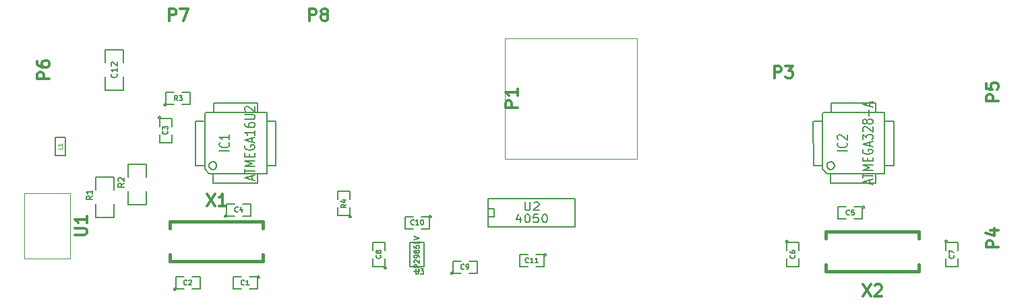
<source format=gto>
G04 (created by PCBNEW-RS274X (2012-apr-16-27)-stable) date 2012-12-30T00:56:22 CET*
G01*
G70*
G90*
%MOIN*%
G04 Gerber Fmt 3.4, Leading zero omitted, Abs format*
%FSLAX34Y34*%
G04 APERTURE LIST*
%ADD10C,0.006000*%
%ADD11C,0.015000*%
%ADD12C,0.005000*%
%ADD13C,0.002000*%
%ADD14C,0.003900*%
%ADD15C,0.008000*%
%ADD16C,0.012000*%
%ADD17C,0.004500*%
G04 APERTURE END LIST*
G54D10*
X17310Y-20225D02*
X17310Y-20675D01*
X15130Y-20225D02*
X15130Y-20665D01*
X17310Y-20225D02*
X15130Y-20225D01*
X17780Y-21105D02*
X18210Y-21105D01*
X17790Y-23315D02*
X18210Y-23315D01*
X18210Y-23325D02*
X18220Y-21105D01*
X14240Y-23305D02*
X14230Y-21135D01*
X14930Y-23735D02*
X17760Y-23735D01*
X14240Y-21125D02*
X14650Y-21125D01*
X14690Y-23485D02*
X14690Y-20705D01*
X17770Y-20685D02*
X14730Y-20685D01*
X17770Y-23735D02*
X17770Y-20735D01*
X15100Y-24185D02*
X17320Y-24185D01*
X17320Y-24185D02*
X17320Y-23735D01*
X14920Y-23731D02*
X14690Y-23501D01*
X15100Y-24183D02*
X15100Y-23731D01*
X14690Y-23305D02*
X14238Y-23305D01*
X15282Y-23323D02*
X15278Y-23359D01*
X15267Y-23394D01*
X15250Y-23427D01*
X15227Y-23455D01*
X15199Y-23478D01*
X15166Y-23496D01*
X15131Y-23507D01*
X15095Y-23510D01*
X15059Y-23507D01*
X15024Y-23497D01*
X14992Y-23480D01*
X14963Y-23457D01*
X14939Y-23429D01*
X14922Y-23397D01*
X14911Y-23362D01*
X14907Y-23325D01*
X14910Y-23290D01*
X14920Y-23254D01*
X14936Y-23222D01*
X14959Y-23193D01*
X14987Y-23169D01*
X15019Y-23151D01*
X15054Y-23140D01*
X15091Y-23136D01*
X15126Y-23138D01*
X15161Y-23148D01*
X15194Y-23165D01*
X15223Y-23187D01*
X15247Y-23215D01*
X15265Y-23247D01*
X15277Y-23282D01*
X15281Y-23318D01*
X15282Y-23323D01*
X47861Y-20225D02*
X47861Y-20675D01*
X45681Y-20225D02*
X45681Y-20665D01*
X47861Y-20225D02*
X45681Y-20225D01*
X48331Y-21105D02*
X48761Y-21105D01*
X48341Y-23315D02*
X48761Y-23315D01*
X48761Y-23325D02*
X48771Y-21105D01*
X44791Y-23305D02*
X44781Y-21135D01*
X45481Y-23735D02*
X48311Y-23735D01*
X44791Y-21125D02*
X45201Y-21125D01*
X45241Y-23485D02*
X45241Y-20705D01*
X48321Y-20685D02*
X45281Y-20685D01*
X48321Y-23735D02*
X48321Y-20735D01*
X45651Y-24185D02*
X47871Y-24185D01*
X47871Y-24185D02*
X47871Y-23735D01*
X45471Y-23731D02*
X45241Y-23501D01*
X45651Y-24183D02*
X45651Y-23731D01*
X45241Y-23305D02*
X44789Y-23305D01*
X45833Y-23323D02*
X45829Y-23359D01*
X45818Y-23394D01*
X45801Y-23427D01*
X45778Y-23455D01*
X45750Y-23478D01*
X45717Y-23496D01*
X45682Y-23507D01*
X45646Y-23510D01*
X45610Y-23507D01*
X45575Y-23497D01*
X45543Y-23480D01*
X45514Y-23457D01*
X45490Y-23429D01*
X45473Y-23397D01*
X45462Y-23362D01*
X45458Y-23325D01*
X45461Y-23290D01*
X45471Y-23254D01*
X45487Y-23222D01*
X45510Y-23193D01*
X45538Y-23169D01*
X45570Y-23151D01*
X45605Y-23140D01*
X45642Y-23136D01*
X45677Y-23138D01*
X45712Y-23148D01*
X45745Y-23165D01*
X45774Y-23187D01*
X45798Y-23215D01*
X45816Y-23247D01*
X45828Y-23282D01*
X45832Y-23318D01*
X45833Y-23323D01*
G54D11*
X12973Y-28071D02*
X17579Y-28071D01*
X17579Y-26103D02*
X12973Y-26103D01*
X17579Y-28071D02*
X17579Y-27737D01*
X17579Y-26103D02*
X17579Y-26437D01*
X12973Y-28071D02*
X12973Y-27737D01*
X12973Y-26103D02*
X12973Y-26437D01*
X50020Y-26575D02*
X45414Y-26575D01*
X45414Y-28543D02*
X50020Y-28543D01*
X45414Y-26575D02*
X45414Y-26909D01*
X45414Y-28543D02*
X45414Y-28209D01*
X50020Y-26575D02*
X50020Y-26909D01*
X50020Y-28543D02*
X50020Y-28209D01*
G54D12*
X09314Y-25882D02*
X10214Y-25882D01*
X10214Y-25882D02*
X10214Y-25232D01*
X09314Y-24532D02*
X09314Y-23882D01*
X09314Y-23882D02*
X10214Y-23882D01*
X10214Y-23882D02*
X10214Y-24532D01*
X09314Y-25232D02*
X09314Y-25882D01*
X10889Y-25252D02*
X11789Y-25252D01*
X11789Y-25252D02*
X11789Y-24602D01*
X10889Y-23902D02*
X10889Y-23252D01*
X10889Y-23252D02*
X11789Y-23252D01*
X11789Y-23252D02*
X11789Y-23902D01*
X10889Y-24602D02*
X10889Y-25252D01*
G54D13*
X05788Y-27913D02*
X08032Y-27913D01*
X08032Y-27913D02*
X08032Y-24685D01*
X08032Y-24685D02*
X05788Y-24685D01*
X05788Y-24685D02*
X05788Y-27913D01*
G54D12*
X25547Y-28317D02*
X24847Y-28317D01*
X24847Y-28317D02*
X24847Y-27117D01*
X24847Y-27117D02*
X25547Y-27117D01*
X25547Y-27117D02*
X25547Y-28317D01*
X23657Y-28367D02*
X23656Y-28376D01*
X23653Y-28386D01*
X23648Y-28394D01*
X23642Y-28402D01*
X23634Y-28408D01*
X23626Y-28413D01*
X23617Y-28415D01*
X23607Y-28416D01*
X23598Y-28416D01*
X23589Y-28413D01*
X23580Y-28408D01*
X23573Y-28402D01*
X23566Y-28395D01*
X23562Y-28386D01*
X23559Y-28377D01*
X23558Y-28367D01*
X23558Y-28358D01*
X23561Y-28349D01*
X23565Y-28340D01*
X23572Y-28333D01*
X23579Y-28326D01*
X23587Y-28322D01*
X23597Y-28319D01*
X23606Y-28318D01*
X23615Y-28318D01*
X23625Y-28321D01*
X23633Y-28325D01*
X23641Y-28331D01*
X23647Y-28339D01*
X23652Y-28347D01*
X23655Y-28356D01*
X23656Y-28366D01*
X23657Y-28367D01*
X23607Y-27917D02*
X23607Y-28317D01*
X23607Y-28317D02*
X23007Y-28317D01*
X23007Y-28317D02*
X23007Y-27917D01*
X23007Y-27517D02*
X23007Y-27117D01*
X23007Y-27117D02*
X23607Y-27117D01*
X23607Y-27117D02*
X23607Y-27517D01*
X26959Y-28646D02*
X26958Y-28655D01*
X26955Y-28665D01*
X26950Y-28673D01*
X26944Y-28681D01*
X26936Y-28687D01*
X26928Y-28692D01*
X26919Y-28694D01*
X26909Y-28695D01*
X26900Y-28695D01*
X26891Y-28692D01*
X26882Y-28687D01*
X26875Y-28681D01*
X26868Y-28674D01*
X26864Y-28665D01*
X26861Y-28656D01*
X26860Y-28646D01*
X26860Y-28637D01*
X26863Y-28628D01*
X26867Y-28619D01*
X26874Y-28612D01*
X26881Y-28605D01*
X26889Y-28601D01*
X26899Y-28598D01*
X26908Y-28597D01*
X26917Y-28597D01*
X26927Y-28600D01*
X26935Y-28604D01*
X26943Y-28610D01*
X26949Y-28618D01*
X26954Y-28626D01*
X26957Y-28635D01*
X26958Y-28645D01*
X26959Y-28646D01*
X27359Y-28646D02*
X26959Y-28646D01*
X26959Y-28646D02*
X26959Y-28046D01*
X26959Y-28046D02*
X27359Y-28046D01*
X27759Y-28046D02*
X28159Y-28046D01*
X28159Y-28046D02*
X28159Y-28646D01*
X28159Y-28646D02*
X27759Y-28646D01*
X25897Y-25842D02*
X25896Y-25851D01*
X25893Y-25861D01*
X25888Y-25869D01*
X25882Y-25877D01*
X25874Y-25883D01*
X25866Y-25888D01*
X25857Y-25890D01*
X25847Y-25891D01*
X25838Y-25891D01*
X25829Y-25888D01*
X25820Y-25883D01*
X25813Y-25877D01*
X25806Y-25870D01*
X25802Y-25861D01*
X25799Y-25852D01*
X25798Y-25842D01*
X25798Y-25833D01*
X25801Y-25824D01*
X25805Y-25815D01*
X25812Y-25808D01*
X25819Y-25801D01*
X25827Y-25797D01*
X25837Y-25794D01*
X25846Y-25793D01*
X25855Y-25793D01*
X25865Y-25796D01*
X25873Y-25800D01*
X25881Y-25806D01*
X25887Y-25814D01*
X25892Y-25822D01*
X25895Y-25831D01*
X25896Y-25841D01*
X25897Y-25842D01*
X25397Y-25842D02*
X25797Y-25842D01*
X25797Y-25842D02*
X25797Y-26442D01*
X25797Y-26442D02*
X25397Y-26442D01*
X24997Y-26442D02*
X24597Y-26442D01*
X24597Y-26442D02*
X24597Y-25842D01*
X24597Y-25842D02*
X24997Y-25842D01*
X17393Y-28834D02*
X17392Y-28843D01*
X17389Y-28853D01*
X17384Y-28861D01*
X17378Y-28869D01*
X17370Y-28875D01*
X17362Y-28880D01*
X17353Y-28882D01*
X17343Y-28883D01*
X17334Y-28883D01*
X17325Y-28880D01*
X17316Y-28875D01*
X17309Y-28869D01*
X17302Y-28862D01*
X17298Y-28853D01*
X17295Y-28844D01*
X17294Y-28834D01*
X17294Y-28825D01*
X17297Y-28816D01*
X17301Y-28807D01*
X17308Y-28800D01*
X17315Y-28793D01*
X17323Y-28789D01*
X17333Y-28786D01*
X17342Y-28785D01*
X17351Y-28785D01*
X17361Y-28788D01*
X17369Y-28792D01*
X17377Y-28798D01*
X17383Y-28806D01*
X17388Y-28814D01*
X17391Y-28823D01*
X17392Y-28833D01*
X17393Y-28834D01*
X16893Y-28834D02*
X17293Y-28834D01*
X17293Y-28834D02*
X17293Y-29434D01*
X17293Y-29434D02*
X16893Y-29434D01*
X16493Y-29434D02*
X16093Y-29434D01*
X16093Y-29434D02*
X16093Y-28834D01*
X16093Y-28834D02*
X16493Y-28834D01*
X13258Y-29434D02*
X13257Y-29443D01*
X13254Y-29453D01*
X13249Y-29461D01*
X13243Y-29469D01*
X13235Y-29475D01*
X13227Y-29480D01*
X13218Y-29482D01*
X13208Y-29483D01*
X13199Y-29483D01*
X13190Y-29480D01*
X13181Y-29475D01*
X13174Y-29469D01*
X13167Y-29462D01*
X13163Y-29453D01*
X13160Y-29444D01*
X13159Y-29434D01*
X13159Y-29425D01*
X13162Y-29416D01*
X13166Y-29407D01*
X13173Y-29400D01*
X13180Y-29393D01*
X13188Y-29389D01*
X13198Y-29386D01*
X13207Y-29385D01*
X13216Y-29385D01*
X13226Y-29388D01*
X13234Y-29392D01*
X13242Y-29398D01*
X13248Y-29406D01*
X13253Y-29414D01*
X13256Y-29423D01*
X13257Y-29433D01*
X13258Y-29434D01*
X13658Y-29434D02*
X13258Y-29434D01*
X13258Y-29434D02*
X13258Y-28834D01*
X13258Y-28834D02*
X13658Y-28834D01*
X14058Y-28834D02*
X14458Y-28834D01*
X14458Y-28834D02*
X14458Y-29434D01*
X14458Y-29434D02*
X14058Y-29434D01*
X12506Y-20925D02*
X12505Y-20934D01*
X12502Y-20944D01*
X12497Y-20952D01*
X12491Y-20960D01*
X12483Y-20966D01*
X12475Y-20971D01*
X12466Y-20973D01*
X12456Y-20974D01*
X12447Y-20974D01*
X12438Y-20971D01*
X12429Y-20966D01*
X12422Y-20960D01*
X12415Y-20953D01*
X12411Y-20944D01*
X12408Y-20935D01*
X12407Y-20925D01*
X12407Y-20916D01*
X12410Y-20907D01*
X12414Y-20898D01*
X12421Y-20891D01*
X12428Y-20884D01*
X12436Y-20880D01*
X12446Y-20877D01*
X12455Y-20876D01*
X12464Y-20876D01*
X12474Y-20879D01*
X12482Y-20883D01*
X12490Y-20889D01*
X12496Y-20897D01*
X12501Y-20905D01*
X12504Y-20914D01*
X12505Y-20924D01*
X12506Y-20925D01*
X12456Y-21375D02*
X12456Y-20975D01*
X12456Y-20975D02*
X13056Y-20975D01*
X13056Y-20975D02*
X13056Y-21375D01*
X13056Y-21775D02*
X13056Y-22175D01*
X13056Y-22175D02*
X12456Y-22175D01*
X12456Y-22175D02*
X12456Y-21775D01*
X15778Y-25812D02*
X15777Y-25821D01*
X15774Y-25831D01*
X15769Y-25839D01*
X15763Y-25847D01*
X15755Y-25853D01*
X15747Y-25858D01*
X15738Y-25860D01*
X15728Y-25861D01*
X15719Y-25861D01*
X15710Y-25858D01*
X15701Y-25853D01*
X15694Y-25847D01*
X15687Y-25840D01*
X15683Y-25831D01*
X15680Y-25822D01*
X15679Y-25812D01*
X15679Y-25803D01*
X15682Y-25794D01*
X15686Y-25785D01*
X15693Y-25778D01*
X15700Y-25771D01*
X15708Y-25767D01*
X15718Y-25764D01*
X15727Y-25763D01*
X15736Y-25763D01*
X15746Y-25766D01*
X15754Y-25770D01*
X15762Y-25776D01*
X15768Y-25784D01*
X15773Y-25792D01*
X15776Y-25801D01*
X15777Y-25811D01*
X15778Y-25812D01*
X16178Y-25812D02*
X15778Y-25812D01*
X15778Y-25812D02*
X15778Y-25212D01*
X15778Y-25212D02*
X16178Y-25212D01*
X16578Y-25212D02*
X16978Y-25212D01*
X16978Y-25212D02*
X16978Y-25812D01*
X16978Y-25812D02*
X16578Y-25812D01*
X47314Y-25369D02*
X47313Y-25378D01*
X47310Y-25388D01*
X47305Y-25396D01*
X47299Y-25404D01*
X47291Y-25410D01*
X47283Y-25415D01*
X47274Y-25417D01*
X47264Y-25418D01*
X47255Y-25418D01*
X47246Y-25415D01*
X47237Y-25410D01*
X47230Y-25404D01*
X47223Y-25397D01*
X47219Y-25388D01*
X47216Y-25379D01*
X47215Y-25369D01*
X47215Y-25360D01*
X47218Y-25351D01*
X47222Y-25342D01*
X47229Y-25335D01*
X47236Y-25328D01*
X47244Y-25324D01*
X47254Y-25321D01*
X47263Y-25320D01*
X47272Y-25320D01*
X47282Y-25323D01*
X47290Y-25327D01*
X47298Y-25333D01*
X47304Y-25341D01*
X47309Y-25349D01*
X47312Y-25358D01*
X47313Y-25368D01*
X47314Y-25369D01*
X46814Y-25369D02*
X47214Y-25369D01*
X47214Y-25369D02*
X47214Y-25969D01*
X47214Y-25969D02*
X46814Y-25969D01*
X46414Y-25969D02*
X46014Y-25969D01*
X46014Y-25969D02*
X46014Y-25369D01*
X46014Y-25369D02*
X46414Y-25369D01*
X43530Y-27067D02*
X43529Y-27076D01*
X43526Y-27086D01*
X43521Y-27094D01*
X43515Y-27102D01*
X43507Y-27108D01*
X43499Y-27113D01*
X43490Y-27115D01*
X43480Y-27116D01*
X43471Y-27116D01*
X43462Y-27113D01*
X43453Y-27108D01*
X43446Y-27102D01*
X43439Y-27095D01*
X43435Y-27086D01*
X43432Y-27077D01*
X43431Y-27067D01*
X43431Y-27058D01*
X43434Y-27049D01*
X43438Y-27040D01*
X43445Y-27033D01*
X43452Y-27026D01*
X43460Y-27022D01*
X43470Y-27019D01*
X43479Y-27018D01*
X43488Y-27018D01*
X43498Y-27021D01*
X43506Y-27025D01*
X43514Y-27031D01*
X43520Y-27039D01*
X43525Y-27047D01*
X43528Y-27056D01*
X43529Y-27066D01*
X43530Y-27067D01*
X43480Y-27517D02*
X43480Y-27117D01*
X43480Y-27117D02*
X44080Y-27117D01*
X44080Y-27117D02*
X44080Y-27517D01*
X44080Y-27917D02*
X44080Y-28317D01*
X44080Y-28317D02*
X43480Y-28317D01*
X43480Y-28317D02*
X43480Y-27917D01*
X51404Y-27067D02*
X51403Y-27076D01*
X51400Y-27086D01*
X51395Y-27094D01*
X51389Y-27102D01*
X51381Y-27108D01*
X51373Y-27113D01*
X51364Y-27115D01*
X51354Y-27116D01*
X51345Y-27116D01*
X51336Y-27113D01*
X51327Y-27108D01*
X51320Y-27102D01*
X51313Y-27095D01*
X51309Y-27086D01*
X51306Y-27077D01*
X51305Y-27067D01*
X51305Y-27058D01*
X51308Y-27049D01*
X51312Y-27040D01*
X51319Y-27033D01*
X51326Y-27026D01*
X51334Y-27022D01*
X51344Y-27019D01*
X51353Y-27018D01*
X51362Y-27018D01*
X51372Y-27021D01*
X51380Y-27025D01*
X51388Y-27031D01*
X51394Y-27039D01*
X51399Y-27047D01*
X51402Y-27056D01*
X51403Y-27066D01*
X51404Y-27067D01*
X51354Y-27517D02*
X51354Y-27117D01*
X51354Y-27117D02*
X51954Y-27117D01*
X51954Y-27117D02*
X51954Y-27517D01*
X51954Y-27917D02*
X51954Y-28317D01*
X51954Y-28317D02*
X51354Y-28317D01*
X51354Y-28317D02*
X51354Y-27917D01*
X07809Y-21912D02*
X07809Y-22812D01*
X07809Y-22812D02*
X07309Y-22812D01*
X07309Y-22812D02*
X07309Y-21912D01*
X07309Y-21912D02*
X07809Y-21912D01*
X12786Y-20300D02*
X12785Y-20309D01*
X12782Y-20319D01*
X12777Y-20327D01*
X12771Y-20335D01*
X12763Y-20341D01*
X12755Y-20346D01*
X12746Y-20348D01*
X12736Y-20349D01*
X12727Y-20349D01*
X12718Y-20346D01*
X12709Y-20341D01*
X12702Y-20335D01*
X12695Y-20328D01*
X12691Y-20319D01*
X12688Y-20310D01*
X12687Y-20300D01*
X12687Y-20291D01*
X12690Y-20282D01*
X12694Y-20273D01*
X12701Y-20266D01*
X12708Y-20259D01*
X12716Y-20255D01*
X12726Y-20252D01*
X12735Y-20251D01*
X12744Y-20251D01*
X12754Y-20254D01*
X12762Y-20258D01*
X12770Y-20264D01*
X12776Y-20272D01*
X12781Y-20280D01*
X12784Y-20289D01*
X12785Y-20299D01*
X12786Y-20300D01*
X13186Y-20300D02*
X12786Y-20300D01*
X12786Y-20300D02*
X12786Y-19700D01*
X12786Y-19700D02*
X13186Y-19700D01*
X13586Y-19700D02*
X13986Y-19700D01*
X13986Y-19700D02*
X13986Y-20300D01*
X13986Y-20300D02*
X13586Y-20300D01*
X21925Y-25847D02*
X21924Y-25856D01*
X21921Y-25866D01*
X21916Y-25874D01*
X21910Y-25882D01*
X21902Y-25888D01*
X21894Y-25893D01*
X21885Y-25895D01*
X21875Y-25896D01*
X21866Y-25896D01*
X21857Y-25893D01*
X21848Y-25888D01*
X21841Y-25882D01*
X21834Y-25875D01*
X21830Y-25866D01*
X21827Y-25857D01*
X21826Y-25847D01*
X21826Y-25838D01*
X21829Y-25829D01*
X21833Y-25820D01*
X21840Y-25813D01*
X21847Y-25806D01*
X21855Y-25802D01*
X21865Y-25799D01*
X21874Y-25798D01*
X21883Y-25798D01*
X21893Y-25801D01*
X21901Y-25805D01*
X21909Y-25811D01*
X21915Y-25819D01*
X21920Y-25827D01*
X21923Y-25836D01*
X21924Y-25846D01*
X21925Y-25847D01*
X21875Y-25397D02*
X21875Y-25797D01*
X21875Y-25797D02*
X21275Y-25797D01*
X21275Y-25797D02*
X21275Y-25397D01*
X21275Y-24997D02*
X21275Y-24597D01*
X21275Y-24597D02*
X21875Y-24597D01*
X21875Y-24597D02*
X21875Y-24997D01*
G54D14*
X29527Y-17008D02*
X29527Y-22992D01*
X29527Y-22992D02*
X36063Y-22992D01*
X36063Y-22992D02*
X36063Y-17087D01*
X36063Y-17087D02*
X36063Y-17008D01*
X36063Y-17008D02*
X29527Y-17008D01*
G54D12*
X31566Y-27731D02*
X31565Y-27740D01*
X31562Y-27750D01*
X31557Y-27758D01*
X31551Y-27766D01*
X31543Y-27772D01*
X31535Y-27777D01*
X31526Y-27779D01*
X31516Y-27780D01*
X31507Y-27780D01*
X31498Y-27777D01*
X31489Y-27772D01*
X31482Y-27766D01*
X31475Y-27759D01*
X31471Y-27750D01*
X31468Y-27741D01*
X31467Y-27731D01*
X31467Y-27722D01*
X31470Y-27713D01*
X31474Y-27704D01*
X31481Y-27697D01*
X31488Y-27690D01*
X31496Y-27686D01*
X31506Y-27683D01*
X31515Y-27682D01*
X31524Y-27682D01*
X31534Y-27685D01*
X31542Y-27689D01*
X31550Y-27695D01*
X31556Y-27703D01*
X31561Y-27711D01*
X31564Y-27720D01*
X31565Y-27730D01*
X31566Y-27731D01*
X31066Y-27731D02*
X31466Y-27731D01*
X31466Y-27731D02*
X31466Y-28331D01*
X31466Y-28331D02*
X31066Y-28331D01*
X30666Y-28331D02*
X30266Y-28331D01*
X30266Y-28331D02*
X30266Y-27731D01*
X30266Y-27731D02*
X30666Y-27731D01*
G54D15*
X28716Y-24969D02*
X33016Y-24969D01*
X33016Y-24969D02*
X33016Y-26369D01*
X33016Y-26369D02*
X28716Y-26369D01*
X28716Y-26369D02*
X28716Y-24969D01*
X28716Y-25469D02*
X29016Y-25469D01*
X29016Y-25469D02*
X29016Y-25869D01*
X29016Y-25869D02*
X28716Y-25869D01*
G54D12*
X09786Y-19583D02*
X10686Y-19583D01*
X10686Y-19583D02*
X10686Y-18933D01*
X09786Y-18233D02*
X09786Y-17583D01*
X09786Y-17583D02*
X10686Y-17583D01*
X10686Y-17583D02*
X10686Y-18233D01*
X09786Y-18933D02*
X09786Y-19583D01*
G54D15*
X15922Y-22595D02*
X15422Y-22595D01*
X15875Y-22176D02*
X15899Y-22195D01*
X15922Y-22252D01*
X15922Y-22290D01*
X15899Y-22348D01*
X15851Y-22386D01*
X15803Y-22405D01*
X15708Y-22424D01*
X15637Y-22424D01*
X15541Y-22405D01*
X15494Y-22386D01*
X15446Y-22348D01*
X15422Y-22290D01*
X15422Y-22252D01*
X15446Y-22195D01*
X15470Y-22176D01*
X15922Y-21795D02*
X15922Y-22024D01*
X15922Y-21910D02*
X15422Y-21910D01*
X15494Y-21948D01*
X15541Y-21986D01*
X15565Y-22024D01*
X17030Y-24015D02*
X17030Y-23824D01*
X17172Y-24053D02*
X16672Y-23920D01*
X17172Y-23786D01*
X16672Y-23710D02*
X16672Y-23481D01*
X17172Y-23596D02*
X16672Y-23596D01*
X17172Y-23348D02*
X16672Y-23348D01*
X17030Y-23214D01*
X16672Y-23081D01*
X17172Y-23081D01*
X16910Y-22891D02*
X16910Y-22757D01*
X17172Y-22700D02*
X17172Y-22891D01*
X16672Y-22891D01*
X16672Y-22700D01*
X16696Y-22319D02*
X16672Y-22357D01*
X16672Y-22414D01*
X16696Y-22472D01*
X16744Y-22510D01*
X16791Y-22529D01*
X16887Y-22548D01*
X16958Y-22548D01*
X17053Y-22529D01*
X17101Y-22510D01*
X17149Y-22472D01*
X17172Y-22414D01*
X17172Y-22376D01*
X17149Y-22319D01*
X17125Y-22300D01*
X16958Y-22300D01*
X16958Y-22376D01*
X17030Y-22148D02*
X17030Y-21957D01*
X17172Y-22186D02*
X16672Y-22053D01*
X17172Y-21919D01*
X17172Y-21576D02*
X17172Y-21805D01*
X17172Y-21691D02*
X16672Y-21691D01*
X16744Y-21729D01*
X16791Y-21767D01*
X16815Y-21805D01*
X16672Y-21233D02*
X16672Y-21310D01*
X16696Y-21348D01*
X16720Y-21367D01*
X16791Y-21405D01*
X16887Y-21424D01*
X17077Y-21424D01*
X17125Y-21405D01*
X17149Y-21386D01*
X17172Y-21348D01*
X17172Y-21271D01*
X17149Y-21233D01*
X17125Y-21214D01*
X17077Y-21195D01*
X16958Y-21195D01*
X16910Y-21214D01*
X16887Y-21233D01*
X16863Y-21271D01*
X16863Y-21348D01*
X16887Y-21386D01*
X16910Y-21405D01*
X16958Y-21424D01*
X16672Y-21024D02*
X17077Y-21024D01*
X17125Y-21005D01*
X17149Y-20986D01*
X17172Y-20948D01*
X17172Y-20871D01*
X17149Y-20833D01*
X17125Y-20814D01*
X17077Y-20795D01*
X16672Y-20795D01*
X16720Y-20624D02*
X16696Y-20605D01*
X16672Y-20567D01*
X16672Y-20471D01*
X16696Y-20433D01*
X16720Y-20414D01*
X16768Y-20395D01*
X16815Y-20395D01*
X16887Y-20414D01*
X17172Y-20643D01*
X17172Y-20395D01*
X46473Y-22595D02*
X45973Y-22595D01*
X46426Y-22176D02*
X46450Y-22195D01*
X46473Y-22252D01*
X46473Y-22290D01*
X46450Y-22348D01*
X46402Y-22386D01*
X46354Y-22405D01*
X46259Y-22424D01*
X46188Y-22424D01*
X46092Y-22405D01*
X46045Y-22386D01*
X45997Y-22348D01*
X45973Y-22290D01*
X45973Y-22252D01*
X45997Y-22195D01*
X46021Y-22176D01*
X46021Y-22024D02*
X45997Y-22005D01*
X45973Y-21967D01*
X45973Y-21871D01*
X45997Y-21833D01*
X46021Y-21814D01*
X46069Y-21795D01*
X46116Y-21795D01*
X46188Y-21814D01*
X46473Y-22043D01*
X46473Y-21795D01*
X47581Y-24224D02*
X47581Y-24033D01*
X47723Y-24262D02*
X47223Y-24129D01*
X47723Y-23995D01*
X47223Y-23919D02*
X47223Y-23690D01*
X47723Y-23805D02*
X47223Y-23805D01*
X47723Y-23557D02*
X47223Y-23557D01*
X47581Y-23423D01*
X47223Y-23290D01*
X47723Y-23290D01*
X47461Y-23100D02*
X47461Y-22966D01*
X47723Y-22909D02*
X47723Y-23100D01*
X47223Y-23100D01*
X47223Y-22909D01*
X47247Y-22528D02*
X47223Y-22566D01*
X47223Y-22623D01*
X47247Y-22681D01*
X47295Y-22719D01*
X47342Y-22738D01*
X47438Y-22757D01*
X47509Y-22757D01*
X47604Y-22738D01*
X47652Y-22719D01*
X47700Y-22681D01*
X47723Y-22623D01*
X47723Y-22585D01*
X47700Y-22528D01*
X47676Y-22509D01*
X47509Y-22509D01*
X47509Y-22585D01*
X47581Y-22357D02*
X47581Y-22166D01*
X47723Y-22395D02*
X47223Y-22262D01*
X47723Y-22128D01*
X47223Y-22033D02*
X47223Y-21785D01*
X47414Y-21919D01*
X47414Y-21861D01*
X47438Y-21823D01*
X47461Y-21804D01*
X47509Y-21785D01*
X47628Y-21785D01*
X47676Y-21804D01*
X47700Y-21823D01*
X47723Y-21861D01*
X47723Y-21976D01*
X47700Y-22014D01*
X47676Y-22033D01*
X47271Y-21633D02*
X47247Y-21614D01*
X47223Y-21576D01*
X47223Y-21480D01*
X47247Y-21442D01*
X47271Y-21423D01*
X47319Y-21404D01*
X47366Y-21404D01*
X47438Y-21423D01*
X47723Y-21652D01*
X47723Y-21404D01*
X47438Y-21176D02*
X47414Y-21214D01*
X47390Y-21233D01*
X47342Y-21252D01*
X47319Y-21252D01*
X47271Y-21233D01*
X47247Y-21214D01*
X47223Y-21176D01*
X47223Y-21099D01*
X47247Y-21061D01*
X47271Y-21042D01*
X47319Y-21023D01*
X47342Y-21023D01*
X47390Y-21042D01*
X47414Y-21061D01*
X47438Y-21099D01*
X47438Y-21176D01*
X47461Y-21214D01*
X47485Y-21233D01*
X47533Y-21252D01*
X47628Y-21252D01*
X47676Y-21233D01*
X47700Y-21214D01*
X47723Y-21176D01*
X47723Y-21099D01*
X47700Y-21061D01*
X47676Y-21042D01*
X47628Y-21023D01*
X47533Y-21023D01*
X47485Y-21042D01*
X47461Y-21061D01*
X47438Y-21099D01*
X47533Y-20852D02*
X47533Y-20547D01*
X47581Y-20376D02*
X47581Y-20185D01*
X47723Y-20414D02*
X47223Y-20281D01*
X47723Y-20147D01*
G54D16*
X14791Y-24730D02*
X15191Y-25330D01*
X15191Y-24730D02*
X14791Y-25330D01*
X15733Y-25330D02*
X15390Y-25330D01*
X15562Y-25330D02*
X15562Y-24730D01*
X15505Y-24816D01*
X15447Y-24873D01*
X15390Y-24901D01*
X47232Y-29202D02*
X47632Y-29802D01*
X47632Y-29202D02*
X47232Y-29802D01*
X47831Y-29259D02*
X47860Y-29230D01*
X47917Y-29202D01*
X48060Y-29202D01*
X48117Y-29230D01*
X48146Y-29259D01*
X48174Y-29316D01*
X48174Y-29373D01*
X48146Y-29459D01*
X47803Y-29802D01*
X48174Y-29802D01*
G54D12*
X09135Y-24832D02*
X08993Y-24932D01*
X09135Y-25004D02*
X08835Y-25004D01*
X08835Y-24889D01*
X08850Y-24861D01*
X08864Y-24846D01*
X08893Y-24832D01*
X08935Y-24832D01*
X08964Y-24846D01*
X08978Y-24861D01*
X08993Y-24889D01*
X08993Y-25004D01*
X09135Y-24546D02*
X09135Y-24718D01*
X09135Y-24632D02*
X08835Y-24632D01*
X08878Y-24661D01*
X08907Y-24689D01*
X08921Y-24718D01*
X10710Y-24202D02*
X10568Y-24302D01*
X10710Y-24374D02*
X10410Y-24374D01*
X10410Y-24259D01*
X10425Y-24231D01*
X10439Y-24216D01*
X10468Y-24202D01*
X10510Y-24202D01*
X10539Y-24216D01*
X10553Y-24231D01*
X10568Y-24259D01*
X10568Y-24374D01*
X10439Y-24088D02*
X10425Y-24074D01*
X10410Y-24045D01*
X10410Y-23974D01*
X10425Y-23945D01*
X10439Y-23931D01*
X10468Y-23916D01*
X10496Y-23916D01*
X10539Y-23931D01*
X10710Y-24102D01*
X10710Y-23916D01*
G54D16*
X08265Y-26756D02*
X08751Y-26756D01*
X08808Y-26728D01*
X08836Y-26699D01*
X08865Y-26642D01*
X08865Y-26528D01*
X08836Y-26470D01*
X08808Y-26442D01*
X08751Y-26413D01*
X08265Y-26413D01*
X08865Y-25813D02*
X08865Y-26156D01*
X08865Y-25984D02*
X08265Y-25984D01*
X08351Y-26041D01*
X08408Y-26099D01*
X08436Y-26156D01*
G54D12*
X25125Y-28434D02*
X25125Y-28637D01*
X25136Y-28660D01*
X25148Y-28672D01*
X25172Y-28684D01*
X25220Y-28684D01*
X25244Y-28672D01*
X25255Y-28660D01*
X25267Y-28637D01*
X25267Y-28434D01*
X25363Y-28434D02*
X25517Y-28434D01*
X25434Y-28529D01*
X25470Y-28529D01*
X25494Y-28541D01*
X25506Y-28553D01*
X25517Y-28577D01*
X25517Y-28637D01*
X25506Y-28660D01*
X25494Y-28672D01*
X25470Y-28684D01*
X25398Y-28684D01*
X25375Y-28672D01*
X25363Y-28660D01*
X25298Y-28448D02*
X25298Y-28567D01*
X25048Y-28567D01*
X25298Y-28365D02*
X25048Y-28365D01*
X25048Y-28270D01*
X25060Y-28246D01*
X25072Y-28235D01*
X25096Y-28223D01*
X25132Y-28223D01*
X25155Y-28235D01*
X25167Y-28246D01*
X25179Y-28270D01*
X25179Y-28365D01*
X25072Y-28127D02*
X25060Y-28115D01*
X25048Y-28092D01*
X25048Y-28032D01*
X25060Y-28008D01*
X25072Y-27996D01*
X25096Y-27985D01*
X25120Y-27985D01*
X25155Y-27996D01*
X25298Y-28139D01*
X25298Y-27985D01*
X25298Y-27866D02*
X25298Y-27818D01*
X25286Y-27794D01*
X25274Y-27782D01*
X25239Y-27758D01*
X25191Y-27747D01*
X25096Y-27747D01*
X25072Y-27758D01*
X25060Y-27770D01*
X25048Y-27794D01*
X25048Y-27842D01*
X25060Y-27866D01*
X25072Y-27877D01*
X25096Y-27889D01*
X25155Y-27889D01*
X25179Y-27877D01*
X25191Y-27866D01*
X25203Y-27842D01*
X25203Y-27794D01*
X25191Y-27770D01*
X25179Y-27758D01*
X25155Y-27747D01*
X25155Y-27604D02*
X25143Y-27628D01*
X25132Y-27639D01*
X25108Y-27651D01*
X25096Y-27651D01*
X25072Y-27639D01*
X25060Y-27628D01*
X25048Y-27604D01*
X25048Y-27556D01*
X25060Y-27532D01*
X25072Y-27520D01*
X25096Y-27509D01*
X25108Y-27509D01*
X25132Y-27520D01*
X25143Y-27532D01*
X25155Y-27556D01*
X25155Y-27604D01*
X25167Y-27628D01*
X25179Y-27639D01*
X25203Y-27651D01*
X25251Y-27651D01*
X25274Y-27639D01*
X25286Y-27628D01*
X25298Y-27604D01*
X25298Y-27556D01*
X25286Y-27532D01*
X25274Y-27520D01*
X25251Y-27509D01*
X25203Y-27509D01*
X25179Y-27520D01*
X25167Y-27532D01*
X25155Y-27556D01*
X25048Y-27282D02*
X25048Y-27401D01*
X25167Y-27413D01*
X25155Y-27401D01*
X25143Y-27378D01*
X25143Y-27318D01*
X25155Y-27294D01*
X25167Y-27282D01*
X25191Y-27271D01*
X25251Y-27271D01*
X25274Y-27282D01*
X25286Y-27294D01*
X25298Y-27318D01*
X25298Y-27378D01*
X25286Y-27401D01*
X25274Y-27413D01*
X25298Y-27044D02*
X25298Y-27163D01*
X25048Y-27163D01*
X25048Y-26997D02*
X25298Y-26914D01*
X25048Y-26831D01*
X23384Y-27759D02*
X23396Y-27771D01*
X23408Y-27806D01*
X23408Y-27830D01*
X23396Y-27866D01*
X23372Y-27890D01*
X23349Y-27901D01*
X23301Y-27913D01*
X23265Y-27913D01*
X23218Y-27901D01*
X23194Y-27890D01*
X23170Y-27866D01*
X23158Y-27830D01*
X23158Y-27806D01*
X23170Y-27771D01*
X23182Y-27759D01*
X23265Y-27616D02*
X23253Y-27640D01*
X23242Y-27651D01*
X23218Y-27663D01*
X23206Y-27663D01*
X23182Y-27651D01*
X23170Y-27640D01*
X23158Y-27616D01*
X23158Y-27568D01*
X23170Y-27544D01*
X23182Y-27532D01*
X23206Y-27521D01*
X23218Y-27521D01*
X23242Y-27532D01*
X23253Y-27544D01*
X23265Y-27568D01*
X23265Y-27616D01*
X23277Y-27640D01*
X23289Y-27651D01*
X23313Y-27663D01*
X23361Y-27663D01*
X23384Y-27651D01*
X23396Y-27640D01*
X23408Y-27616D01*
X23408Y-27568D01*
X23396Y-27544D01*
X23384Y-27532D01*
X23361Y-27521D01*
X23313Y-27521D01*
X23289Y-27532D01*
X23277Y-27544D01*
X23265Y-27568D01*
X27517Y-28423D02*
X27505Y-28435D01*
X27470Y-28447D01*
X27446Y-28447D01*
X27410Y-28435D01*
X27386Y-28411D01*
X27375Y-28388D01*
X27363Y-28340D01*
X27363Y-28304D01*
X27375Y-28257D01*
X27386Y-28233D01*
X27410Y-28209D01*
X27446Y-28197D01*
X27470Y-28197D01*
X27505Y-28209D01*
X27517Y-28221D01*
X27636Y-28447D02*
X27684Y-28447D01*
X27708Y-28435D01*
X27720Y-28423D01*
X27744Y-28388D01*
X27755Y-28340D01*
X27755Y-28245D01*
X27744Y-28221D01*
X27732Y-28209D01*
X27708Y-28197D01*
X27660Y-28197D01*
X27636Y-28209D01*
X27625Y-28221D01*
X27613Y-28245D01*
X27613Y-28304D01*
X27625Y-28328D01*
X27636Y-28340D01*
X27660Y-28352D01*
X27708Y-28352D01*
X27732Y-28340D01*
X27744Y-28328D01*
X27755Y-28304D01*
X25036Y-26219D02*
X25024Y-26231D01*
X24989Y-26243D01*
X24965Y-26243D01*
X24929Y-26231D01*
X24905Y-26207D01*
X24894Y-26184D01*
X24882Y-26136D01*
X24882Y-26100D01*
X24894Y-26053D01*
X24905Y-26029D01*
X24929Y-26005D01*
X24965Y-25993D01*
X24989Y-25993D01*
X25024Y-26005D01*
X25036Y-26017D01*
X25274Y-26243D02*
X25132Y-26243D01*
X25203Y-26243D02*
X25203Y-25993D01*
X25179Y-26029D01*
X25155Y-26053D01*
X25132Y-26065D01*
X25429Y-25993D02*
X25453Y-25993D01*
X25477Y-26005D01*
X25489Y-26017D01*
X25501Y-26041D01*
X25512Y-26088D01*
X25512Y-26148D01*
X25501Y-26196D01*
X25489Y-26219D01*
X25477Y-26231D01*
X25453Y-26243D01*
X25429Y-26243D01*
X25405Y-26231D01*
X25393Y-26219D01*
X25382Y-26196D01*
X25370Y-26148D01*
X25370Y-26088D01*
X25382Y-26041D01*
X25393Y-26017D01*
X25405Y-26005D01*
X25429Y-25993D01*
X16651Y-29211D02*
X16639Y-29223D01*
X16604Y-29235D01*
X16580Y-29235D01*
X16544Y-29223D01*
X16520Y-29199D01*
X16509Y-29176D01*
X16497Y-29128D01*
X16497Y-29092D01*
X16509Y-29045D01*
X16520Y-29021D01*
X16544Y-28997D01*
X16580Y-28985D01*
X16604Y-28985D01*
X16639Y-28997D01*
X16651Y-29009D01*
X16889Y-29235D02*
X16747Y-29235D01*
X16818Y-29235D02*
X16818Y-28985D01*
X16794Y-29021D01*
X16770Y-29045D01*
X16747Y-29057D01*
X13816Y-29211D02*
X13804Y-29223D01*
X13769Y-29235D01*
X13745Y-29235D01*
X13709Y-29223D01*
X13685Y-29199D01*
X13674Y-29176D01*
X13662Y-29128D01*
X13662Y-29092D01*
X13674Y-29045D01*
X13685Y-29021D01*
X13709Y-28997D01*
X13745Y-28985D01*
X13769Y-28985D01*
X13804Y-28997D01*
X13816Y-29009D01*
X13912Y-29009D02*
X13924Y-28997D01*
X13947Y-28985D01*
X14007Y-28985D01*
X14031Y-28997D01*
X14043Y-29009D01*
X14054Y-29033D01*
X14054Y-29057D01*
X14043Y-29092D01*
X13900Y-29235D01*
X14054Y-29235D01*
X12833Y-21617D02*
X12845Y-21629D01*
X12857Y-21664D01*
X12857Y-21688D01*
X12845Y-21724D01*
X12821Y-21748D01*
X12798Y-21759D01*
X12750Y-21771D01*
X12714Y-21771D01*
X12667Y-21759D01*
X12643Y-21748D01*
X12619Y-21724D01*
X12607Y-21688D01*
X12607Y-21664D01*
X12619Y-21629D01*
X12631Y-21617D01*
X12607Y-21533D02*
X12607Y-21379D01*
X12702Y-21462D01*
X12702Y-21426D01*
X12714Y-21402D01*
X12726Y-21390D01*
X12750Y-21379D01*
X12810Y-21379D01*
X12833Y-21390D01*
X12845Y-21402D01*
X12857Y-21426D01*
X12857Y-21498D01*
X12845Y-21521D01*
X12833Y-21533D01*
X16336Y-25589D02*
X16324Y-25601D01*
X16289Y-25613D01*
X16265Y-25613D01*
X16229Y-25601D01*
X16205Y-25577D01*
X16194Y-25554D01*
X16182Y-25506D01*
X16182Y-25470D01*
X16194Y-25423D01*
X16205Y-25399D01*
X16229Y-25375D01*
X16265Y-25363D01*
X16289Y-25363D01*
X16324Y-25375D01*
X16336Y-25387D01*
X16551Y-25447D02*
X16551Y-25613D01*
X16491Y-25351D02*
X16432Y-25530D01*
X16586Y-25530D01*
X46572Y-25746D02*
X46560Y-25758D01*
X46525Y-25770D01*
X46501Y-25770D01*
X46465Y-25758D01*
X46441Y-25734D01*
X46430Y-25711D01*
X46418Y-25663D01*
X46418Y-25627D01*
X46430Y-25580D01*
X46441Y-25556D01*
X46465Y-25532D01*
X46501Y-25520D01*
X46525Y-25520D01*
X46560Y-25532D01*
X46572Y-25544D01*
X46799Y-25520D02*
X46680Y-25520D01*
X46668Y-25639D01*
X46680Y-25627D01*
X46703Y-25615D01*
X46763Y-25615D01*
X46787Y-25627D01*
X46799Y-25639D01*
X46810Y-25663D01*
X46810Y-25723D01*
X46799Y-25746D01*
X46787Y-25758D01*
X46763Y-25770D01*
X46703Y-25770D01*
X46680Y-25758D01*
X46668Y-25746D01*
X43857Y-27759D02*
X43869Y-27771D01*
X43881Y-27806D01*
X43881Y-27830D01*
X43869Y-27866D01*
X43845Y-27890D01*
X43822Y-27901D01*
X43774Y-27913D01*
X43738Y-27913D01*
X43691Y-27901D01*
X43667Y-27890D01*
X43643Y-27866D01*
X43631Y-27830D01*
X43631Y-27806D01*
X43643Y-27771D01*
X43655Y-27759D01*
X43631Y-27544D02*
X43631Y-27592D01*
X43643Y-27616D01*
X43655Y-27628D01*
X43691Y-27651D01*
X43738Y-27663D01*
X43834Y-27663D01*
X43857Y-27651D01*
X43869Y-27640D01*
X43881Y-27616D01*
X43881Y-27568D01*
X43869Y-27544D01*
X43857Y-27532D01*
X43834Y-27521D01*
X43774Y-27521D01*
X43750Y-27532D01*
X43738Y-27544D01*
X43726Y-27568D01*
X43726Y-27616D01*
X43738Y-27640D01*
X43750Y-27651D01*
X43774Y-27663D01*
X51731Y-27759D02*
X51743Y-27771D01*
X51755Y-27806D01*
X51755Y-27830D01*
X51743Y-27866D01*
X51719Y-27890D01*
X51696Y-27901D01*
X51648Y-27913D01*
X51612Y-27913D01*
X51565Y-27901D01*
X51541Y-27890D01*
X51517Y-27866D01*
X51505Y-27830D01*
X51505Y-27806D01*
X51517Y-27771D01*
X51529Y-27759D01*
X51505Y-27675D02*
X51505Y-27509D01*
X51755Y-27616D01*
G54D17*
X07640Y-22391D02*
X07640Y-22477D01*
X07440Y-22477D01*
X07640Y-22237D02*
X07640Y-22340D01*
X07640Y-22288D02*
X07440Y-22288D01*
X07469Y-22305D01*
X07488Y-22323D01*
X07497Y-22340D01*
G54D12*
X13344Y-20101D02*
X13261Y-19982D01*
X13202Y-20101D02*
X13202Y-19851D01*
X13297Y-19851D01*
X13321Y-19863D01*
X13332Y-19875D01*
X13344Y-19899D01*
X13344Y-19935D01*
X13332Y-19958D01*
X13321Y-19970D01*
X13297Y-19982D01*
X13202Y-19982D01*
X13428Y-19851D02*
X13582Y-19851D01*
X13499Y-19946D01*
X13535Y-19946D01*
X13559Y-19958D01*
X13571Y-19970D01*
X13582Y-19994D01*
X13582Y-20054D01*
X13571Y-20077D01*
X13559Y-20089D01*
X13535Y-20101D01*
X13463Y-20101D01*
X13440Y-20089D01*
X13428Y-20077D01*
X21676Y-25239D02*
X21557Y-25322D01*
X21676Y-25381D02*
X21426Y-25381D01*
X21426Y-25286D01*
X21438Y-25262D01*
X21450Y-25251D01*
X21474Y-25239D01*
X21510Y-25239D01*
X21533Y-25251D01*
X21545Y-25262D01*
X21557Y-25286D01*
X21557Y-25381D01*
X21510Y-25024D02*
X21676Y-25024D01*
X21414Y-25084D02*
X21593Y-25143D01*
X21593Y-24989D01*
G54D16*
X30164Y-20442D02*
X29564Y-20442D01*
X29564Y-20214D01*
X29592Y-20156D01*
X29621Y-20128D01*
X29678Y-20099D01*
X29764Y-20099D01*
X29821Y-20128D01*
X29850Y-20156D01*
X29878Y-20214D01*
X29878Y-20442D01*
X30164Y-19528D02*
X30164Y-19871D01*
X30164Y-19699D02*
X29564Y-19699D01*
X29650Y-19756D01*
X29707Y-19814D01*
X29735Y-19871D01*
G54D12*
X30705Y-28108D02*
X30693Y-28120D01*
X30658Y-28132D01*
X30634Y-28132D01*
X30598Y-28120D01*
X30574Y-28096D01*
X30563Y-28073D01*
X30551Y-28025D01*
X30551Y-27989D01*
X30563Y-27942D01*
X30574Y-27918D01*
X30598Y-27894D01*
X30634Y-27882D01*
X30658Y-27882D01*
X30693Y-27894D01*
X30705Y-27906D01*
X30943Y-28132D02*
X30801Y-28132D01*
X30872Y-28132D02*
X30872Y-27882D01*
X30848Y-27918D01*
X30824Y-27942D01*
X30801Y-27954D01*
X31181Y-28132D02*
X31039Y-28132D01*
X31110Y-28132D02*
X31110Y-27882D01*
X31086Y-27918D01*
X31062Y-27942D01*
X31039Y-27954D01*
X30523Y-25131D02*
X30523Y-25455D01*
X30545Y-25493D01*
X30566Y-25512D01*
X30609Y-25531D01*
X30695Y-25531D01*
X30737Y-25512D01*
X30759Y-25493D01*
X30780Y-25455D01*
X30780Y-25131D01*
X30973Y-25169D02*
X30994Y-25150D01*
X31037Y-25131D01*
X31144Y-25131D01*
X31187Y-25150D01*
X31208Y-25169D01*
X31230Y-25207D01*
X31230Y-25245D01*
X31208Y-25302D01*
X30951Y-25531D01*
X31230Y-25531D01*
X30308Y-25864D02*
X30308Y-26131D01*
X30201Y-25712D02*
X30094Y-25998D01*
X30372Y-25998D01*
X30630Y-25731D02*
X30673Y-25731D01*
X30716Y-25750D01*
X30737Y-25769D01*
X30758Y-25807D01*
X30780Y-25883D01*
X30780Y-25979D01*
X30758Y-26055D01*
X30737Y-26093D01*
X30716Y-26112D01*
X30673Y-26131D01*
X30630Y-26131D01*
X30587Y-26112D01*
X30566Y-26093D01*
X30544Y-26055D01*
X30523Y-25979D01*
X30523Y-25883D01*
X30544Y-25807D01*
X30566Y-25769D01*
X30587Y-25750D01*
X30630Y-25731D01*
X31187Y-25731D02*
X30973Y-25731D01*
X30952Y-25921D01*
X30973Y-25902D01*
X31016Y-25883D01*
X31123Y-25883D01*
X31166Y-25902D01*
X31187Y-25921D01*
X31209Y-25959D01*
X31209Y-26055D01*
X31187Y-26093D01*
X31166Y-26112D01*
X31123Y-26131D01*
X31016Y-26131D01*
X30973Y-26112D01*
X30952Y-26093D01*
X31488Y-25731D02*
X31531Y-25731D01*
X31574Y-25750D01*
X31595Y-25769D01*
X31616Y-25807D01*
X31638Y-25883D01*
X31638Y-25979D01*
X31616Y-26055D01*
X31595Y-26093D01*
X31574Y-26112D01*
X31531Y-26131D01*
X31488Y-26131D01*
X31445Y-26112D01*
X31424Y-26093D01*
X31402Y-26055D01*
X31381Y-25979D01*
X31381Y-25883D01*
X31402Y-25807D01*
X31424Y-25769D01*
X31445Y-25750D01*
X31488Y-25731D01*
X10329Y-18776D02*
X10343Y-18790D01*
X10357Y-18833D01*
X10357Y-18862D01*
X10343Y-18905D01*
X10315Y-18933D01*
X10286Y-18948D01*
X10229Y-18962D01*
X10186Y-18962D01*
X10129Y-18948D01*
X10100Y-18933D01*
X10072Y-18905D01*
X10057Y-18862D01*
X10057Y-18833D01*
X10072Y-18790D01*
X10086Y-18776D01*
X10357Y-18490D02*
X10357Y-18662D01*
X10357Y-18576D02*
X10057Y-18576D01*
X10100Y-18605D01*
X10129Y-18633D01*
X10143Y-18662D01*
X10086Y-18376D02*
X10072Y-18362D01*
X10057Y-18333D01*
X10057Y-18262D01*
X10072Y-18233D01*
X10086Y-18219D01*
X10115Y-18204D01*
X10143Y-18204D01*
X10186Y-18219D01*
X10357Y-18390D01*
X10357Y-18204D01*
G54D16*
X12944Y-16149D02*
X12944Y-15549D01*
X13172Y-15549D01*
X13230Y-15577D01*
X13258Y-15606D01*
X13287Y-15663D01*
X13287Y-15749D01*
X13258Y-15806D01*
X13230Y-15835D01*
X13172Y-15863D01*
X12944Y-15863D01*
X13487Y-15549D02*
X13887Y-15549D01*
X13630Y-16149D01*
X19873Y-16149D02*
X19873Y-15549D01*
X20101Y-15549D01*
X20159Y-15577D01*
X20187Y-15606D01*
X20216Y-15663D01*
X20216Y-15749D01*
X20187Y-15806D01*
X20159Y-15835D01*
X20101Y-15863D01*
X19873Y-15863D01*
X20559Y-15806D02*
X20501Y-15777D01*
X20473Y-15749D01*
X20444Y-15692D01*
X20444Y-15663D01*
X20473Y-15606D01*
X20501Y-15577D01*
X20559Y-15549D01*
X20673Y-15549D01*
X20730Y-15577D01*
X20759Y-15606D01*
X20787Y-15663D01*
X20787Y-15692D01*
X20759Y-15749D01*
X20730Y-15777D01*
X20673Y-15806D01*
X20559Y-15806D01*
X20501Y-15835D01*
X20473Y-15863D01*
X20444Y-15920D01*
X20444Y-16035D01*
X20473Y-16092D01*
X20501Y-16120D01*
X20559Y-16149D01*
X20673Y-16149D01*
X20730Y-16120D01*
X20759Y-16092D01*
X20787Y-16035D01*
X20787Y-15920D01*
X20759Y-15863D01*
X20730Y-15835D01*
X20673Y-15806D01*
X42865Y-18983D02*
X42865Y-18383D01*
X43093Y-18383D01*
X43151Y-18411D01*
X43179Y-18440D01*
X43208Y-18497D01*
X43208Y-18583D01*
X43179Y-18640D01*
X43151Y-18669D01*
X43093Y-18697D01*
X42865Y-18697D01*
X43408Y-18383D02*
X43779Y-18383D01*
X43579Y-18611D01*
X43665Y-18611D01*
X43722Y-18640D01*
X43751Y-18669D01*
X43779Y-18726D01*
X43779Y-18869D01*
X43751Y-18926D01*
X43722Y-18954D01*
X43665Y-18983D01*
X43493Y-18983D01*
X43436Y-18954D01*
X43408Y-18926D01*
X53944Y-27371D02*
X53344Y-27371D01*
X53344Y-27143D01*
X53372Y-27085D01*
X53401Y-27057D01*
X53458Y-27028D01*
X53544Y-27028D01*
X53601Y-27057D01*
X53630Y-27085D01*
X53658Y-27143D01*
X53658Y-27371D01*
X53544Y-26514D02*
X53944Y-26514D01*
X53315Y-26657D02*
X53744Y-26800D01*
X53744Y-26428D01*
X53944Y-20127D02*
X53344Y-20127D01*
X53344Y-19899D01*
X53372Y-19841D01*
X53401Y-19813D01*
X53458Y-19784D01*
X53544Y-19784D01*
X53601Y-19813D01*
X53630Y-19841D01*
X53658Y-19899D01*
X53658Y-20127D01*
X53344Y-19241D02*
X53344Y-19527D01*
X53630Y-19556D01*
X53601Y-19527D01*
X53572Y-19470D01*
X53572Y-19327D01*
X53601Y-19270D01*
X53630Y-19241D01*
X53687Y-19213D01*
X53830Y-19213D01*
X53887Y-19241D01*
X53915Y-19270D01*
X53944Y-19327D01*
X53944Y-19470D01*
X53915Y-19527D01*
X53887Y-19556D01*
X07015Y-19025D02*
X06415Y-19025D01*
X06415Y-18797D01*
X06443Y-18739D01*
X06472Y-18711D01*
X06529Y-18682D01*
X06615Y-18682D01*
X06672Y-18711D01*
X06701Y-18739D01*
X06729Y-18797D01*
X06729Y-19025D01*
X06415Y-18168D02*
X06415Y-18282D01*
X06443Y-18339D01*
X06472Y-18368D01*
X06558Y-18425D01*
X06672Y-18454D01*
X06901Y-18454D01*
X06958Y-18425D01*
X06986Y-18397D01*
X07015Y-18339D01*
X07015Y-18225D01*
X06986Y-18168D01*
X06958Y-18139D01*
X06901Y-18111D01*
X06758Y-18111D01*
X06701Y-18139D01*
X06672Y-18168D01*
X06643Y-18225D01*
X06643Y-18339D01*
X06672Y-18397D01*
X06701Y-18425D01*
X06758Y-18454D01*
M02*

</source>
